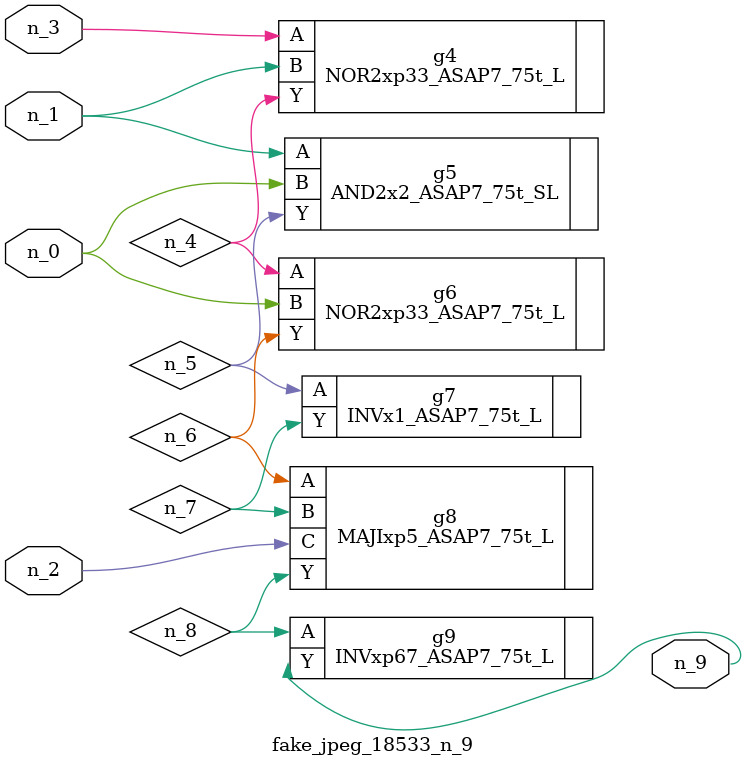
<source format=v>
module fake_jpeg_18533_n_9 (n_0, n_3, n_2, n_1, n_9);

input n_0;
input n_3;
input n_2;
input n_1;

output n_9;

wire n_4;
wire n_8;
wire n_6;
wire n_5;
wire n_7;

NOR2xp33_ASAP7_75t_L g4 ( 
.A(n_3),
.B(n_1),
.Y(n_4)
);

AND2x2_ASAP7_75t_SL g5 ( 
.A(n_1),
.B(n_0),
.Y(n_5)
);

NOR2xp33_ASAP7_75t_L g6 ( 
.A(n_4),
.B(n_0),
.Y(n_6)
);

MAJIxp5_ASAP7_75t_L g8 ( 
.A(n_6),
.B(n_7),
.C(n_2),
.Y(n_8)
);

INVx1_ASAP7_75t_L g7 ( 
.A(n_5),
.Y(n_7)
);

INVxp67_ASAP7_75t_L g9 ( 
.A(n_8),
.Y(n_9)
);


endmodule
</source>
